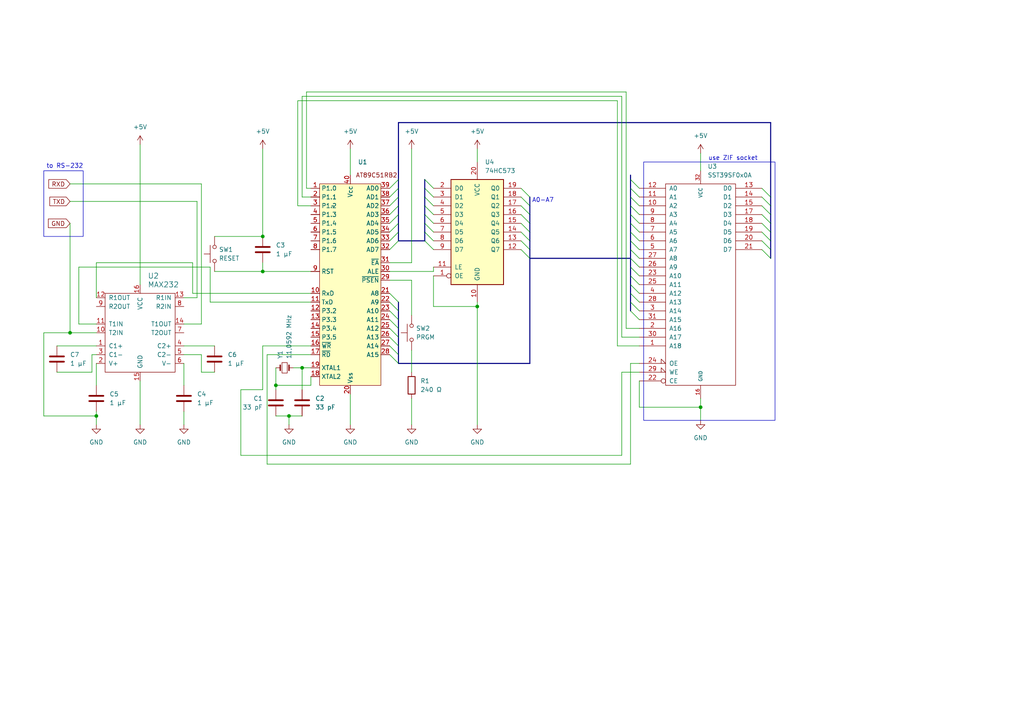
<source format=kicad_sch>
(kicad_sch (version 20231120) (generator "eeschema") (generator_version "8.0")
  (paper "A4")
  (title_block (title "sisp51") (date "2024-05-28") (rev "1.0") (company "yyy257"))
  (lib_symbols
    (symbol "0_74xx:74HC573" (pin_names (offset 1.016))
      (property "Reference" "U" (at -7.62 16.51 0))
      (property "Value" "74HC573" (at -7.62 -16.51 0))
      (symbol "74HC573_1_0"
        (pin input inverted (at -12.7 -12.7 0) (length 5.08) (name "OE") (number "1"))
        (pin power_in line (at 0 -20.32 90) (length 5.08) (name "GND") (number "10"))
        (pin input line (at -12.7 -10.16 0) (length 5.08) (name "LE") (number "11"))
        (pin tri_state line (at 12.7 -5.08 180) (length 5.08) (name "Q7") (number "12"))
        (pin tri_state line (at 12.7 -2.54 180) (length 5.08) (name "Q6") (number "13"))
        (pin tri_state line (at 12.7 0 180) (length 5.08) (name "Q5") (number "14"))
        (pin tri_state line (at 12.7 2.54 180) (length 5.08) (name "Q4") (number "15"))
        (pin tri_state line (at 12.7 5.08 180) (length 5.08) (name "Q3") (number "16"))
        (pin tri_state line (at 12.7 7.62 180) (length 5.08) (name "Q2") (number "17"))
        (pin tri_state line (at 12.7 10.16 180) (length 5.08) (name "Q1") (number "18"))
        (pin tri_state line (at 12.7 12.7 180) (length 5.08) (name "Q0") (number "19"))
        (pin input line (at -12.7 12.7 0) (length 5.08) (name "D0") (number "2"))
        (pin power_in line (at 0 20.32 270) (length 5.08) (name "VCC") (number "20"))
        (pin input line (at -12.7 10.16 0) (length 5.08) (name "D1") (number "3"))
        (pin input line (at -12.7 7.62 0) (length 5.08) (name "D2") (number "4"))
        (pin input line (at -12.7 5.08 0) (length 5.08) (name "D3") (number "5"))
        (pin input line (at -12.7 2.54 0) (length 5.08) (name "D4") (number "6"))
        (pin input line (at -12.7 0 0) (length 5.08) (name "D5") (number "7"))
        (pin input line (at -12.7 -2.54 0) (length 5.08) (name "D6") (number "8"))
        (pin input line (at -12.7 -5.08 0) (length 5.08) (name "D7") (number "9"))
      )
      (symbol "74HC573_1_1"
        (rectangle (start -7.62 15.24) (end 7.62 -15.24) (stroke (width 0.254)) (fill (type background)))
      )
    )
    (symbol "at89c51:AT89C51RB2"
      (property "Reference" "U1" (at 3.4641 33.02 0))
      (property "Value" "~" (at -3.81 20.32 0))
      (symbol "AT89C51RB2_1_1"
        (rectangle (start -7.62 26.67) (end 10.16 -31.75) (fill (type background)))
        (text "AT89C51RB2" (at 8.89 29.21 0) (effects (font (size 1.27 1.27))))
        (pin bidirectional line (at -10.16 25.4 0) (length 2.54) (name "P1.0") (number "1"))
        (pin bidirectional line (at -10.16 -5.08 0) (length 2.54) (name "P3.0") (number "10") (alternate "RxD" input line))
        (pin bidirectional line (at -10.16 -7.62 0) (length 2.54) (name "P3.1") (number "11") (alternate "TxD" output line))
        (pin bidirectional line (at -10.16 -10.16 0) (length 2.54) (name "P3.2") (number "12"))
        (pin bidirectional line (at -10.16 -12.7 0) (length 2.54) (name "P3.3") (number "13"))
        (pin bidirectional line (at -10.16 -15.24 0) (length 2.54) (name "P3.4") (number "14"))
        (pin bidirectional line (at -10.16 -17.78 0) (length 2.54) (name "P3.5") (number "15"))
        (pin bidirectional line (at -10.16 -20.32 0) (length 2.54) (name "P3.6") (number "16") (alternate "~{WR}" output line))
        (pin bidirectional line (at -10.16 -22.86 0) (length 2.54) (name "P3.7") (number "17") (alternate "~{RD}" output line))
        (pin input line (at -10.16 -29.21 0) (length 2.54) (name "XTAL2") (number "18"))
        (pin input line (at -10.16 -26.67 0) (length 2.54) (name "XTAL1") (number "19"))
        (pin bidirectional line (at -10.16 22.86 0) (length 2.54) (name "P1.1") (number "2"))
        (pin power_in line (at 1.27 -34.29 90) (length 2.54) (name "Vss") (number "20"))
        (pin bidirectional line (at 12.7 -5.08 180) (length 2.54) (name "P2.0") (number "21") (alternate "A8" output line))
        (pin bidirectional line (at 12.7 -7.62 180) (length 2.54) (name "P2.1") (number "22") (alternate "A9" output line))
        (pin bidirectional line (at 12.7 -10.16 180) (length 2.54) (name "P2.2") (number "23") (alternate "A10" output line))
        (pin bidirectional line (at 12.7 -12.7 180) (length 2.54) (name "P2.3") (number "24") (alternate "A11" output line))
        (pin bidirectional line (at 12.7 -15.24 180) (length 2.54) (name "P2.4") (number "25") (alternate "A12" output line))
        (pin bidirectional line (at 12.7 -17.78 180) (length 2.54) (name "P2.5") (number "26") (alternate "A13" output line))
        (pin bidirectional line (at 12.7 -20.32 180) (length 2.54) (name "P2.6") (number "27") (alternate "A14" output line))
        (pin bidirectional line (at 12.7 -22.86 180) (length 2.54) (name "P2.7") (number "28") (alternate "A15" output line))
        (pin bidirectional line (at 12.7 -1.27 180) (length 2.54) (name "~{PSEN}") (number "29"))
        (pin bidirectional line (at -10.16 20.32 0) (length 2.54) (name "P1.2") (number "3"))
        (pin output line (at 12.7 1.27 180) (length 2.54) (name "ALE") (number "30"))
        (pin input line (at 12.7 3.81 180) (length 2.54) (name "~{EA}") (number "31"))
        (pin bidirectional line (at 12.7 7.62 180) (length 2.54) (name "P0.7") (number "32") (alternate "AD7" output line))
        (pin bidirectional line (at 12.7 10.16 180) (length 2.54) (name "P0.6") (number "33") (alternate "AD6" output line))
        (pin bidirectional line (at 12.7 12.7 180) (length 2.54) (name "P0.5") (number "34") (alternate "AD5" output line))
        (pin bidirectional line (at 12.7 15.24 180) (length 2.54) (name "P0.4") (number "35") (alternate "AD4" output line))
        (pin bidirectional line (at 12.7 17.78 180) (length 2.54) (name "P0.3") (number "36") (alternate "AD3" output line))
        (pin bidirectional line (at 12.7 20.32 180) (length 2.54) (name "P0.2") (number "37") (alternate "AD2" output line))
        (pin bidirectional line (at 12.7 22.86 180) (length 2.54) (name "P0.1") (number "38") (alternate "AD1" output line))
        (pin bidirectional line (at 12.7 25.4 180) (length 2.54) (name "P0.0") (number "39") (alternate "AD0" output line))
        (pin bidirectional line (at -10.16 17.78 0) (length 2.54) (name "P1.3") (number "4"))
        (pin power_in line (at 1.27 29.21 270) (length 2.54) (name "Vcc") (number "40"))
        (pin bidirectional line (at -10.16 15.24 0) (length 2.54) (name "P1.4") (number "5"))
        (pin bidirectional line (at -10.16 12.7 0) (length 2.54) (name "P1.5") (number "6"))
        (pin bidirectional line (at -10.16 10.16 0) (length 2.54) (name "P1.6") (number "7"))
        (pin bidirectional line (at -10.16 7.62 0) (length 2.54) (name "P1.7") (number "8"))
        (pin input line (at -10.16 1.27 0) (length 2.54) (name "RST") (number "9"))
      )
    )
    (symbol "device:C" (pin_numbers hide) (pin_names (offset 0.254))
      (property "Reference" "C" (at 0.635 2.54 0))
      (property "Value" "C" (at 0.635 -2.54 0))
      (symbol "C_0_1"
        (polyline (pts (xy -2.032 -0.762) (xy 2.032 -0.762)) (stroke (width 0.508)))
        (polyline (pts (xy -2.032 0.762) (xy 2.032 0.762)) (stroke (width 0.508)))
      )
      (symbol "C_1_1"
        (pin passive line (at 0 3.81 270) (length 2.794) (name "~") (number "1"))
        (pin passive line (at 0 -3.81 90) (length 2.794) (name "~") (number "2"))
      )
    )
    (symbol "device:Crystal_Small" (pin_numbers hide) (pin_names (offset 1.016) hide)
      (property "Reference" "Y" (at 0 2.54 0))
      (property "Value" "Crystal_Small" (at 0 -2.54 0))
      (symbol "Crystal_Small_0_1"
        (rectangle (start -0.762 -1.524) (end 0.762 1.524))
        (polyline (pts (xy -1.27 -0.762) (xy -1.27 0.762)) (stroke (width 0.381)))
        (polyline (pts (xy 1.27 -0.762) (xy 1.27 0.762)) (stroke (width 0.381)))
      )
      (symbol "Crystal_Small_1_1"
        (pin passive line (at -2.54 0 0) (length 1.27) (name "1") (number "1"))
        (pin passive line (at 2.54 0 180) (length 1.27) (name "2") (number "2"))
      )
    )
    (symbol "device:R" (pin_numbers hide) (pin_names (offset 0))
      (property "Reference" "R" (at 2.032 0 90))
      (property "Value" "R" (at 0 0 90))
      (symbol "R_0_1"
        (rectangle (start -1.016 -2.54) (end 1.016 2.54) (stroke (width 0.254)))
      )
      (symbol "R_1_1"
        (pin passive line (at 0 3.81 270) (length 1.27) (name "~") (number "1"))
        (pin passive line (at 0 -3.81 90) (length 1.27) (name "~") (number "2"))
      )
    )
    (symbol "memory:SRAM_512Ko" (pin_names (offset 1.016))
      (property "Reference" "U" (at 2.54 30.48 0))
      (property "Value" "SRAM_512Ko" (at 2.54 -30.48 0))
      (symbol "SRAM_512Ko_0_0"
        (pin power_in line (at 0 -33.02 90) (length 3.81) (name "GND") (number "16"))
        (pin power_in line (at 0 33.02 270) (length 3.81) (name "VCC") (number "32"))
      )
      (symbol "SRAM_512Ko_0_1"
        (rectangle (start -10.16 29.21) (end 10.16 -29.21))
      )
      (symbol "SRAM_512Ko_1_1"
        (pin input line (at -17.78 -17.78 0) (length 7.62) (name "A18") (number "1"))
        (pin input line (at -17.78 22.86 0) (length 7.62) (name "A2") (number "10"))
        (pin input line (at -17.78 25.4 0) (length 7.62) (name "A1") (number "11"))
        (pin input line (at -17.78 27.94 0) (length 7.62) (name "A0") (number "12"))
        (pin tri_state line (at 17.78 27.94 180) (length 7.62) (name "D0") (number "13"))
        (pin tri_state line (at 17.78 25.4 180) (length 7.62) (name "D1") (number "14"))
        (pin tri_state line (at 17.78 22.86 180) (length 7.62) (name "D2") (number "15"))
        (pin tri_state line (at 17.78 20.32 180) (length 7.62) (name "D3") (number "17"))
        (pin tri_state line (at 17.78 17.78 180) (length 7.62) (name "D4") (number "18"))
        (pin tri_state line (at 17.78 15.24 180) (length 7.62) (name "D5") (number "19"))
        (pin input line (at -17.78 -12.7 0) (length 7.62) (name "A16") (number "2"))
        (pin tri_state line (at 17.78 12.7 180) (length 7.62) (name "D6") (number "20"))
        (pin tri_state line (at 17.78 10.16 180) (length 7.62) (name "D7") (number "21"))
        (pin input inverted (at -17.78 -27.94 0) (length 7.62) (name "CE") (number "22"))
        (pin input line (at -17.78 2.54 0) (length 7.62) (name "A10") (number "23"))
        (pin input input_low (at -17.78 -22.86 0) (length 7.62) (name "OE") (number "24"))
        (pin input line (at -17.78 0 0) (length 7.62) (name "A11") (number "25"))
        (pin input line (at -17.78 5.08 0) (length 7.62) (name "A9") (number "26"))
        (pin input line (at -17.78 7.62 0) (length 7.62) (name "A8") (number "27"))
        (pin input line (at -17.78 -5.08 0) (length 7.62) (name "A13") (number "28"))
        (pin input input_low (at -17.78 -25.4 0) (length 7.62) (name "WE") (number "29"))
        (pin input line (at -17.78 -7.62 0) (length 7.62) (name "A14") (number "3"))
        (pin input line (at -17.78 -15.24 0) (length 7.62) (name "A17") (number "30"))
        (pin input line (at -17.78 -10.16 0) (length 7.62) (name "A15") (number "31"))
        (pin input line (at -17.78 -2.54 0) (length 7.62) (name "A12") (number "4"))
        (pin input line (at -17.78 10.16 0) (length 7.62) (name "A7") (number "5"))
        (pin input line (at -17.78 12.7 0) (length 7.62) (name "A6") (number "6"))
        (pin input line (at -17.78 15.24 0) (length 7.62) (name "A5") (number "7"))
        (pin input line (at -17.78 17.78 0) (length 7.62) (name "A4") (number "8"))
        (pin input line (at -17.78 20.32 0) (length 7.62) (name "A3") (number "9"))
      )
    )
    (symbol "power:+5V" (power) (pin_names (offset 0))
      (property "Value" "+5V" (at 0 3.556 0))
      (symbol "+5V_0_1"
        (polyline (pts (xy -0.762 1.27) (xy 0 2.54)))
        (polyline (pts (xy 0 0) (xy 0 2.54)))
        (polyline (pts (xy 0 2.54) (xy 0.762 1.27)))
      )
      (symbol "+5V_1_1"
        (pin power_in line (at 0 0 90) (length 0) hide (name "+5V") (number "1"))
      )
    )
    (symbol "power:GND" (power) (pin_names (offset 0))
      (property "Value" "GND" (at 0 -3.81 0))
      (symbol "GND_0_1"
        (polyline (pts (xy 0 0) (xy 0 -1.27) (xy 1.27 -1.27) (xy 0 -2.54) (xy -1.27 -1.27) (xy 0 -1.27)))
      )
      (symbol "GND_1_1"
        (pin power_in line (at 0 0 270) (length 0) hide (name "GND") (number "1"))
      )
    )
    (symbol "switches:SW_Push" (pin_numbers hide) (pin_names (offset 1.016) hide)
      (property "Reference" "SW" (at 1.27 2.54 0))
      (property "Value" "SW_Push" (at 0 -1.524 0))
      (symbol "SW_Push_0_1"
        (circle (center -2.032 0) (radius 0.508))
        (polyline (pts (xy 0 1.27) (xy 0 3.048)))
        (polyline (pts (xy 2.54 1.27) (xy -2.54 1.27)))
        (circle (center 2.032 0) (radius 0.508))
        (pin passive line (at -5.08 0 0) (length 2.54) (name "1") (number "1"))
        (pin passive line (at 5.08 0 180) (length 2.54) (name "2") (number "2"))
      )
    )
    (symbol "w_rtx:MAX232" (pin_names (offset 1.016))
      (property "Reference" "U" (at -6.35 15.24 0))
      (property "Value" "MAX232" (at -6.35 12.7 0))
      (symbol "MAX232_0_1"
        (rectangle (start 10.16 11.43) (end -10.16 -11.43))
      )
      (symbol "MAX232_1_1"
        (pin passive line (at -12.7 -3.81 0) (length 2.54) (name "C1+") (number "1"))
        (pin passive line (at -12.7 0 0) (length 2.54) (name "T2IN") (number "10"))
        (pin passive line (at -12.7 2.54 0) (length 2.54) (name "T1IN") (number "11"))
        (pin passive line (at -12.7 10.16 0) (length 2.54) (name "R1OUT") (number "12"))
        (pin passive line (at 12.7 10.16 180) (length 2.54) (name "R1IN") (number "13"))
        (pin passive line (at 12.7 2.54 180) (length 2.54) (name "T1OUT") (number "14"))
        (pin passive line (at 0 -13.97 90) (length 2.54) (name "GND") (number "15"))
        (pin passive line (at 0 13.97 270) (length 2.54) (name "VCC") (number "16"))
        (pin passive line (at -12.7 -8.89 0) (length 2.54) (name "V+") (number "2"))
        (pin passive line (at -12.7 -6.35 0) (length 2.54) (name "C1-") (number "3"))
        (pin passive line (at 12.7 -3.81 180) (length 2.54) (name "C2+") (number "4"))
        (pin passive line (at 12.7 -6.35 180) (length 2.54) (name "C2-") (number "5"))
        (pin passive line (at 12.7 -8.89 180) (length 2.54) (name "V-") (number "6"))
        (pin passive line (at 12.7 0 180) (length 2.54) (name "T2OUT") (number "7"))
        (pin passive line (at 12.7 7.62 180) (length 2.54) (name "R2IN") (number "8"))
        (pin passive line (at -12.7 7.62 0) (length 2.54) (name "R2OUT") (number "9"))
      )
    )
  )
  (junction (at 76.2 78.74))
  (junction (at 87.63 106.68))
  (junction (at 80.01 111.76))
  (junction (at 138.43 88.9))
  (junction (at 203.2 118.11))
  (junction (at 83.82 120.65))
  (junction (at 76.2 68.58))
  (junction (at 27.94 120.65))
  (junction (at 20.32 96.52))
  (bus_entry (at 182.88 59.69) (size 2.54 2.54))
  (bus_entry (at 220.98 67.31) (size 2.54 2.54))
  (bus_entry (at 113.03 67.31) (size 2.54 -2.54))
  (bus_entry (at 182.88 74.93) (size 2.54 2.54))
  (bus_entry (at 182.88 62.23) (size 2.54 2.54))
  (bus_entry (at 151.13 67.31) (size 2.54 2.54))
  (bus_entry (at 113.03 54.61) (size 2.54 -2.54))
  (bus_entry (at 113.03 97.79) (size 2.54 2.54))
  (bus_entry (at 220.98 62.23) (size 2.54 2.54))
  (bus_entry (at 113.03 72.39) (size 2.54 -2.54))
  (bus_entry (at 151.13 59.69) (size 2.54 2.54))
  (bus_entry (at 220.98 54.61) (size 2.54 2.54))
  (bus_entry (at 151.13 62.23) (size 2.54 2.54))
  (bus_entry (at 182.88 77.47) (size 2.54 2.54))
  (bus_entry (at 113.03 85.09) (size 2.54 2.54))
  (bus_entry (at 123.19 64.77) (size 2.54 2.54))
  (bus_entry (at 182.88 57.15) (size 2.54 2.54))
  (bus_entry (at 113.03 59.69) (size 2.54 -2.54))
  (bus_entry (at 220.98 57.15) (size 2.54 2.54))
  (bus_entry (at 123.19 54.61) (size 2.54 2.54))
  (bus_entry (at 182.88 52.07) (size 2.54 2.54))
  (bus_entry (at 151.13 69.85) (size 2.54 2.54))
  (bus_entry (at 113.03 100.33) (size 2.54 2.54))
  (bus_entry (at 113.03 95.25) (size 2.54 2.54))
  (bus_entry (at 113.03 87.63) (size 2.54 2.54))
  (bus_entry (at 151.13 72.39) (size 2.54 2.54))
  (bus_entry (at 123.19 69.85) (size 2.54 2.54))
  (bus_entry (at 113.03 62.23) (size 2.54 -2.54))
  (bus_entry (at 151.13 57.15) (size 2.54 2.54))
  (bus_entry (at 123.19 57.15) (size 2.54 2.54))
  (bus_entry (at 113.03 102.87) (size 2.54 2.54))
  (bus_entry (at 182.88 90.17) (size 2.54 2.54))
  (bus_entry (at 113.03 90.17) (size 2.54 2.54))
  (bus_entry (at 113.03 92.71) (size 2.54 2.54))
  (bus_entry (at 151.13 54.61) (size 2.54 2.54))
  (bus_entry (at 123.19 52.07) (size 2.54 2.54))
  (bus_entry (at 182.88 85.09) (size 2.54 2.54))
  (bus_entry (at 182.88 72.39) (size 2.54 2.54))
  (bus_entry (at 182.88 87.63) (size 2.54 2.54))
  (bus_entry (at 182.88 80.01) (size 2.54 2.54))
  (bus_entry (at 123.19 59.69) (size 2.54 2.54))
  (bus_entry (at 182.88 54.61) (size 2.54 2.54))
  (bus_entry (at 182.88 69.85) (size 2.54 2.54))
  (bus_entry (at 113.03 57.15) (size 2.54 -2.54))
  (bus_entry (at 113.03 64.77) (size 2.54 -2.54))
  (bus_entry (at 220.98 72.39) (size 2.54 2.54))
  (bus_entry (at 182.88 82.55) (size 2.54 2.54))
  (bus_entry (at 220.98 64.77) (size 2.54 2.54))
  (bus_entry (at 123.19 62.23) (size 2.54 2.54))
  (bus_entry (at 220.98 59.69) (size 2.54 2.54))
  (bus_entry (at 113.03 69.85) (size 2.54 -2.54))
  (bus_entry (at 151.13 64.77) (size 2.54 2.54))
  (bus_entry (at 182.88 64.77) (size 2.54 2.54))
  (bus_entry (at 123.19 67.31) (size 2.54 2.54))
  (bus_entry (at 182.88 67.31) (size 2.54 2.54))
  (bus_entry (at 220.98 69.85) (size 2.54 2.54))
  (bus (pts (xy 115.57 100.33) (xy 115.57 102.87)))
  (wire (pts (xy 90.17 100.33) (xy 76.2 100.33)))
  (wire (pts (xy 12.7 96.52) (xy 20.32 96.52)))
  (wire (pts (xy 125.73 80.01) (xy 125.73 88.9)))
  (bus (pts (xy 115.57 57.15) (xy 115.57 54.61)))
  (wire (pts (xy 40.64 41.91) (xy 40.64 82.55)))
  (wire (pts (xy 86.36 29.21) (xy 179.07 29.21)))
  (wire (pts (xy 58.42 102.87) (xy 58.42 107.95)))
  (wire (pts (xy 27.94 120.65) (xy 27.94 123.19)))
  (bus (pts (xy 182.88 50.8) (xy 182.88 52.07)))
  (wire (pts (xy 20.32 64.77) (xy 20.32 96.52)))
  (bus (pts (xy 182.88 64.77) (xy 182.88 67.31)))
  (bus (pts (xy 123.19 62.23) (xy 123.19 64.77)))
  (wire (pts (xy 138.43 43.18) (xy 138.43 46.99)))
  (wire (pts (xy 83.82 120.65) (xy 87.63 120.65)))
  (bus (pts (xy 223.52 72.39) (xy 223.52 74.93)))
  (bus (pts (xy 153.67 105.41) (xy 153.67 74.93)))
  (wire (pts (xy 80.01 111.76) (xy 80.01 106.68)))
  (wire (pts (xy 77.47 102.87) (xy 77.47 134.62)))
  (wire (pts (xy 27.94 86.36) (xy 27.94 76.2)))
  (wire (pts (xy 53.34 105.41) (xy 53.34 111.76)))
  (bus (pts (xy 153.67 74.93) (xy 182.88 74.93)))
  (bus (pts (xy 123.19 64.77) (xy 123.19 67.31)))
  (bus (pts (xy 153.67 59.69) (xy 153.67 62.23)))
  (wire (pts (xy 76.2 43.18) (xy 76.2 68.58)))
  (wire (pts (xy 119.38 101.6) (xy 119.38 107.95)))
  (wire (pts (xy 179.07 29.21) (xy 179.07 100.33)))
  (bus (pts (xy 115.57 35.56) (xy 223.52 35.56)))
  (wire (pts (xy 22.86 93.98) (xy 22.86 77.47)))
  (wire (pts (xy 12.7 120.65) (xy 27.94 120.65)))
  (wire (pts (xy 113.03 78.74) (xy 125.73 78.74)))
  (wire (pts (xy 57.15 86.36) (xy 57.15 58.42)))
  (wire (pts (xy 62.23 68.58) (xy 76.2 68.58)))
  (bus (pts (xy 123.19 54.61) (xy 123.19 57.15)))
  (bus (pts (xy 223.52 62.23) (xy 223.52 64.77)))
  (bus (pts (xy 123.19 52.07) (xy 123.19 54.61)))
  (wire (pts (xy 83.82 120.65) (xy 83.82 123.19)))
  (wire (pts (xy 60.96 87.63) (xy 90.17 87.63)))
  (bus (pts (xy 223.52 69.85) (xy 223.52 72.39)))
  (bus (pts (xy 223.52 67.31) (xy 223.52 69.85)))
  (bus (pts (xy 153.67 64.77) (xy 153.67 67.31)))
  (wire (pts (xy 76.2 100.33) (xy 76.2 113.03)))
  (bus (pts (xy 115.57 62.23) (xy 115.57 59.69)))
  (bus (pts (xy 182.88 67.31) (xy 182.88 69.85)))
  (wire (pts (xy 180.34 27.94) (xy 87.63 27.94)))
  (wire (pts (xy 69.85 132.08) (xy 180.34 132.08)))
  (wire (pts (xy 182.88 105.41) (xy 185.42 105.41)))
  (wire (pts (xy 16.51 107.95) (xy 26.67 107.95)))
  (wire (pts (xy 180.34 97.79) (xy 180.34 27.94)))
  (bus (pts (xy 123.19 67.31) (xy 123.19 69.85)))
  (bus (pts (xy 182.88 85.09) (xy 182.88 87.63)))
  (bus (pts (xy 115.57 67.31) (xy 115.57 64.77)))
  (bus (pts (xy 223.52 57.15) (xy 223.52 59.69)))
  (wire (pts (xy 138.43 87.63) (xy 138.43 88.9)))
  (wire (pts (xy 185.42 110.49) (xy 185.42 118.11)))
  (bus (pts (xy 115.57 92.71) (xy 115.57 95.25)))
  (wire (pts (xy 90.17 111.76) (xy 90.17 109.22)))
  (wire (pts (xy 69.85 113.03) (xy 69.85 132.08)))
  (wire (pts (xy 203.2 118.11) (xy 203.2 121.92)))
  (wire (pts (xy 55.88 76.2) (xy 55.88 85.09)))
  (wire (pts (xy 179.07 100.33) (xy 185.42 100.33)))
  (bus (pts (xy 182.88 59.69) (xy 182.88 62.23)))
  (wire (pts (xy 180.34 107.95) (xy 185.42 107.95)))
  (bus (pts (xy 115.57 69.85) (xy 115.57 67.31)))
  (wire (pts (xy 185.42 97.79) (xy 180.34 97.79)))
  (wire (pts (xy 12.7 96.52) (xy 12.7 120.65)))
  (bus (pts (xy 182.88 54.61) (xy 182.88 57.15)))
  (bus (pts (xy 115.57 97.79) (xy 115.57 100.33)))
  (wire (pts (xy 87.63 27.94) (xy 87.63 57.15)))
  (wire (pts (xy 119.38 81.28) (xy 119.38 91.44)))
  (wire (pts (xy 80.01 113.03) (xy 80.01 111.76)))
  (bus (pts (xy 115.57 69.85) (xy 123.19 69.85)))
  (wire (pts (xy 182.88 134.62) (xy 182.88 105.41)))
  (wire (pts (xy 90.17 78.74) (xy 76.2 78.74)))
  (wire (pts (xy 76.2 113.03) (xy 69.85 113.03)))
  (wire (pts (xy 87.63 106.68) (xy 87.63 113.03)))
  (wire (pts (xy 180.34 132.08) (xy 180.34 107.95)))
  (bus (pts (xy 153.67 72.39) (xy 153.67 74.93)))
  (wire (pts (xy 185.42 118.11) (xy 203.2 118.11)))
  (wire (pts (xy 88.9 26.67) (xy 181.61 26.67)))
  (bus (pts (xy 223.52 35.56) (xy 223.52 57.15)))
  (bus (pts (xy 182.88 72.39) (xy 182.88 74.93)))
  (wire (pts (xy 88.9 54.61) (xy 88.9 26.67)))
  (wire (pts (xy 58.42 107.95) (xy 62.23 107.95)))
  (wire (pts (xy 203.2 115.57) (xy 203.2 118.11)))
  (wire (pts (xy 20.32 53.34) (xy 58.42 53.34)))
  (wire (pts (xy 119.38 115.57) (xy 119.38 123.19)))
  (wire (pts (xy 85.09 106.68) (xy 87.63 106.68)))
  (wire (pts (xy 87.63 106.68) (xy 90.17 106.68)))
  (bus (pts (xy 182.88 80.01) (xy 182.88 82.55)))
  (bus (pts (xy 115.57 54.61) (xy 115.57 52.07)))
  (wire (pts (xy 16.51 100.33) (xy 27.94 100.33)))
  (wire (pts (xy 22.86 77.47) (xy 60.96 77.47)))
  (bus (pts (xy 182.88 87.63) (xy 182.88 90.17)))
  (wire (pts (xy 119.38 43.18) (xy 119.38 76.2)))
  (wire (pts (xy 27.94 119.38) (xy 27.94 120.65)))
  (wire (pts (xy 203.2 44.45) (xy 203.2 49.53)))
  (bus (pts (xy 182.88 82.55) (xy 182.88 85.09)))
  (bus (pts (xy 115.57 95.25) (xy 115.57 97.79)))
  (wire (pts (xy 53.34 100.33) (xy 62.23 100.33)))
  (wire (pts (xy 138.43 88.9) (xy 138.43 123.19)))
  (wire (pts (xy 90.17 59.69) (xy 86.36 59.69)))
  (wire (pts (xy 101.6 43.18) (xy 101.6 50.8)))
  (wire (pts (xy 181.61 26.67) (xy 181.61 95.25)))
  (bus (pts (xy 115.57 105.41) (xy 153.67 105.41)))
  (wire (pts (xy 80.01 111.76) (xy 90.17 111.76)))
  (wire (pts (xy 57.15 58.42) (xy 20.32 58.42)))
  (bus (pts (xy 115.57 52.07) (xy 115.57 35.56)))
  (bus (pts (xy 123.19 59.69) (xy 123.19 62.23)))
  (wire (pts (xy 90.17 54.61) (xy 88.9 54.61)))
  (wire (pts (xy 77.47 134.62) (xy 182.88 134.62)))
  (bus (pts (xy 182.88 57.15) (xy 182.88 59.69)))
  (bus (pts (xy 182.88 74.93) (xy 182.88 77.47)))
  (bus (pts (xy 115.57 59.69) (xy 115.57 57.15)))
  (wire (pts (xy 55.88 85.09) (xy 90.17 85.09)))
  (bus (pts (xy 153.67 67.31) (xy 153.67 69.85)))
  (bus (pts (xy 153.67 62.23) (xy 153.67 64.77)))
  (bus (pts (xy 182.88 77.47) (xy 182.88 80.01)))
  (bus (pts (xy 223.52 59.69) (xy 223.52 62.23)))
  (bus (pts (xy 223.52 64.77) (xy 223.52 67.31)))
  (bus (pts (xy 115.57 87.63) (xy 115.57 90.17)))
  (bus (pts (xy 115.57 90.17) (xy 115.57 92.71)))
  (bus (pts (xy 182.88 62.23) (xy 182.88 64.77)))
  (bus (pts (xy 153.67 57.15) (xy 153.67 59.69)))
  (wire (pts (xy 125.73 78.74) (xy 125.73 77.47)))
  (wire (pts (xy 86.36 59.69) (xy 86.36 29.21)))
  (wire (pts (xy 27.94 76.2) (xy 55.88 76.2)))
  (wire (pts (xy 20.32 96.52) (xy 27.94 96.52)))
  (wire (pts (xy 76.2 78.74) (xy 76.2 76.2)))
  (wire (pts (xy 26.67 107.95) (xy 26.67 102.87)))
  (wire (pts (xy 90.17 102.87) (xy 77.47 102.87)))
  (wire (pts (xy 26.67 102.87) (xy 27.94 102.87)))
  (wire (pts (xy 87.63 57.15) (xy 90.17 57.15)))
  (wire (pts (xy 101.6 114.3) (xy 101.6 123.19)))
  (bus (pts (xy 182.88 69.85) (xy 182.88 72.39)))
  (bus (pts (xy 115.57 102.87) (xy 115.57 105.41)))
  (bus (pts (xy 123.19 57.15) (xy 123.19 59.69)))
  (bus (pts (xy 182.88 52.07) (xy 182.88 54.61)))
  (wire (pts (xy 53.34 93.98) (xy 58.42 93.98)))
  (wire (pts (xy 62.23 78.74) (xy 76.2 78.74)))
  (wire (pts (xy 113.03 81.28) (xy 119.38 81.28)))
  (wire (pts (xy 27.94 93.98) (xy 22.86 93.98)))
  (wire (pts (xy 53.34 119.38) (xy 53.34 123.19)))
  (bus (pts (xy 153.67 69.85) (xy 153.67 72.39)))
  (wire (pts (xy 58.42 102.87) (xy 53.34 102.87)))
  (wire (pts (xy 53.34 86.36) (xy 57.15 86.36)))
  (wire (pts (xy 60.96 77.47) (xy 60.96 87.63)))
  (wire (pts (xy 40.64 110.49) (xy 40.64 123.19)))
  (wire (pts (xy 181.61 95.25) (xy 185.42 95.25)))
  (wire (pts (xy 58.42 93.98) (xy 58.42 53.34)))
  (wire (pts (xy 125.73 88.9) (xy 138.43 88.9)))
  (wire (pts (xy 113.03 76.2) (xy 119.38 76.2)))
  (wire (pts (xy 80.01 120.65) (xy 83.82 120.65)))
  (wire (pts (xy 27.94 105.41) (xy 27.94 111.76)))
  (bus (pts (xy 115.57 64.77) (xy 115.57 62.23)))
  (rectangle (start 12.7 49.53) (end 24.13 68.58))
  (rectangle (start 186.69 46.99) (end 224.79 121.92))
  (text "use ZIF socket" (at 212.598 45.974 0) (effects (font (size 1.27 1.27))))
  (text "A0-A7" (at 157.48 58.166 0) (effects (font (size 1.27 1.27))))
  (text "to RS-232" (at 18.796 48.26 0) (effects (font (size 1.27 1.27))))
  (global_label "TXD" (shape input) (at 20.32 58.42 180) (property "Intersheetrefs" "${INTERSHEET_REFS}" (effects (hide yes))))
  (global_label "RXD" (shape input) (at 20.32 53.34 180) (property "Intersheetrefs" "${INTERSHEET_REFS}" (effects (hide yes))))
  (global_label "GND" (shape input) (at 20.32 64.77 180) (property "Intersheetrefs" "${INTERSHEET_REFS}" (effects (hide yes))))
  (symbol (lib_id "power:GND") (at 101.6 123.19 0) (unit 1)
    (property "Reference" "#PWR01" (effects (hide yes)))
    (property "Value" "GND" (at 101.6 128.27 0))
  )
  (symbol (lib_id "w_rtx:MAX232") (at 40.64 96.52 0) (unit 1)
    (property "Reference" "U2" (at 42.8341 80.01 0) (effects (font (size 1.524 1.524)) (justify left)))
    (property "Value" "MAX232" (at 42.8341 82.55 0) (effects (font (size 1.524 1.524)) (justify left)))
  )
  (symbol (lib_id "0_74xx:74HC573") (at 138.43 67.31 0) (unit 1)
    (property "Reference" "U4" (at 140.6241 46.99 0) (effects (justify left)))
    (property "Value" "74HC573" (at 140.6241 49.53 0) (effects (justify left)))
  )
  (symbol (lib_id "power:GND") (at 27.94 123.19 0) (unit 1)
    (property "Reference" "#PWR08" (effects (hide yes)))
    (property "Value" "GND" (at 27.94 128.27 0))
  )
  (symbol (lib_id "power:GND") (at 83.82 123.19 0) (unit 1)
    (property "Reference" "#PWR03" (effects (hide yes)))
    (property "Value" "GND" (at 83.82 128.27 0))
  )
  (symbol (lib_id "memory:SRAM_512Ko") (at 203.2 82.55 0) (unit 1)
    (property "Reference" "U3" (at 205.2194 48.26 0) (effects (justify left)))
    (property "Value" "SST39SF0x0A" (at 205.2194 50.8 0) (effects (justify left)))
  )
  (symbol (lib_id "power:+5V") (at 40.64 41.91 0) (unit 1)
    (property "Reference" "#PWR06" (effects (hide yes)))
    (property "Value" "+5V" (at 40.64 36.83 0))
  )
  (symbol (lib_id "device:C") (at 27.94 115.57 0) (unit 1)
    (property "Reference" "C5" (at 31.75 114.3 0) (effects (justify left)))
    (property "Value" "1 µF" (at 31.75 116.84 0) (effects (justify left)))
  )
  (symbol (lib_id "device:C") (at 87.63 116.84 0) (unit 1)
    (property "Reference" "C2" (at 91.44 115.57 0) (effects (justify left)))
    (property "Value" "33 pF" (at 91.44 118.11 0) (effects (justify left)))
  )
  (symbol (lib_id "power:+5V") (at 138.43 43.18 0) (unit 1)
    (property "Reference" "#PWR09" (effects (hide yes)))
    (property "Value" "+5V" (at 138.43 38.1 0))
  )
  (symbol (lib_id "power:+5V") (at 76.2 43.18 0) (unit 1)
    (property "Reference" "#PWR04" (effects (hide yes)))
    (property "Value" "+5V" (at 76.2 38.1 0))
  )
  (symbol (lib_id "power:GND") (at 138.43 123.19 0) (unit 1)
    (property "Reference" "#PWR011" (effects (hide yes)))
    (property "Value" "GND" (at 138.43 128.27 0))
  )
  (symbol (lib_id "power:+5V") (at 119.38 43.18 0) (unit 1)
    (property "Reference" "#PWR013" (effects (hide yes)))
    (property "Value" "+5V" (at 119.38 38.1 0))
  )
  (symbol (lib_id "device:R") (at 119.38 111.76 0) (unit 1)
    (property "Reference" "R1" (at 121.92 110.49 0) (effects (justify left)))
    (property "Value" "240 Ω" (at 121.92 113.03 0) (effects (justify left)))
  )
  (symbol (lib_id "device:C") (at 80.01 116.84 0) (mirror y) (unit 1)
    (property "Reference" "C1" (at 76.2 115.57 0) (effects (justify left)))
    (property "Value" "33 pF" (at 76.2 118.11 0) (effects (justify left)))
  )
  (symbol (lib_id "power:+5V") (at 203.2 44.45 0) (unit 1)
    (property "Reference" "#PWR010" (effects (hide yes)))
    (property "Value" "+5V" (at 203.2 39.37 0))
  )
  (symbol (lib_id "power:GND") (at 40.64 123.19 0) (unit 1)
    (property "Reference" "#PWR05" (effects (hide yes)))
    (property "Value" "GND" (at 40.64 128.27 0))
  )
  (symbol (lib_id "at89c51:AT89C51RB2") (at 100.33 80.01 0) (unit 1)
    (property "Reference" "U1" (at 103.7941 46.99 0) (effects (justify left)))
    (property "Value" "~" (at 96.52 59.69 0))
    (pin "10" (alternate "RxD"))
    (pin "11" (alternate "TxD"))
    (pin "16" (alternate "~{WR}"))
    (pin "17" (alternate "~{RD}"))
    (pin "21" (alternate "A8"))
    (pin "22" (alternate "A9"))
    (pin "23" (alternate "A10"))
    (pin "24" (alternate "A11"))
    (pin "25" (alternate "A12"))
    (pin "26" (alternate "A13"))
    (pin "27" (alternate "A14"))
    (pin "28" (alternate "A15"))
    (pin "32" (alternate "AD7"))
    (pin "33" (alternate "AD6"))
    (pin "34" (alternate "AD5"))
    (pin "35" (alternate "AD4"))
    (pin "36" (alternate "AD3"))
    (pin "37" (alternate "AD2"))
    (pin "38" (alternate "AD1"))
    (pin "39" (alternate "AD0"))
  )
  (symbol (lib_id "switches:SW_Push") (at 119.38 96.52 90) (unit 1)
    (property "Reference" "SW2" (at 120.65 95.25 90) (effects (justify right)))
    (property "Value" "PRGM" (at 120.65 97.79 90) (effects (justify right)))
  )
  (symbol (lib_id "switches:SW_Push") (at 62.23 73.66 90) (unit 1)
    (property "Reference" "SW1" (at 63.5 72.39 90) (effects (justify right)))
    (property "Value" "RESET" (at 63.5 74.93 90) (effects (justify right)))
  )
  (symbol (lib_id "power:GND") (at 53.34 123.19 0) (unit 1)
    (property "Reference" "#PWR07" (effects (hide yes)))
    (property "Value" "GND" (at 53.34 128.27 0))
  )
  (symbol (lib_id "device:C") (at 53.34 115.57 0) (unit 1)
    (property "Reference" "C4" (at 57.15 114.3 0) (effects (justify left)))
    (property "Value" "1 µF" (at 57.15 116.84 0) (effects (justify left)))
  )
  (symbol (lib_id "power:GND") (at 119.38 123.19 0) (unit 1)
    (property "Reference" "#PWR014" (effects (hide yes)))
    (property "Value" "GND" (at 119.38 128.27 0))
  )
  (symbol (lib_id "device:C") (at 62.23 104.14 0) (unit 1)
    (property "Reference" "C6" (at 66.04 102.87 0) (effects (justify left)))
    (property "Value" "1 µF" (at 66.04 105.41 0) (effects (justify left)))
  )
  (symbol (lib_id "device:C") (at 76.2 72.39 0) (unit 1)
    (property "Reference" "C3" (at 80.01 71.12 0) (effects (justify left)))
    (property "Value" "1 µF" (at 80.01 73.66 0) (effects (justify left)))
  )
  (symbol (lib_id "device:Crystal_Small") (at 82.55 106.68 0) (unit 1)
    (property "Reference" "Y1" (at 81.28 104.14 90) (effects (justify left)))
    (property "Value" "11,0592 MHz" (at 83.82 104.14 90) (effects (justify left)))
  )
  (symbol (lib_id "power:+5V") (at 101.6 43.18 0) (unit 1)
    (property "Reference" "#PWR02" (effects (hide yes)))
    (property "Value" "+5V" (at 101.6 38.1 0))
  )
  (symbol (lib_id "power:GND") (at 203.2 121.92 0) (unit 1)
    (property "Reference" "#PWR012" (effects (hide yes)))
    (property "Value" "GND" (at 203.2 127 0))
  )
  (symbol (lib_id "device:C") (at 16.51 104.14 0) (unit 1)
    (property "Reference" "C7" (at 20.32 102.87 0) (effects (justify left)))
    (property "Value" "1 µF" (at 20.32 105.41 0) (effects (justify left)))
  )
)
</source>
